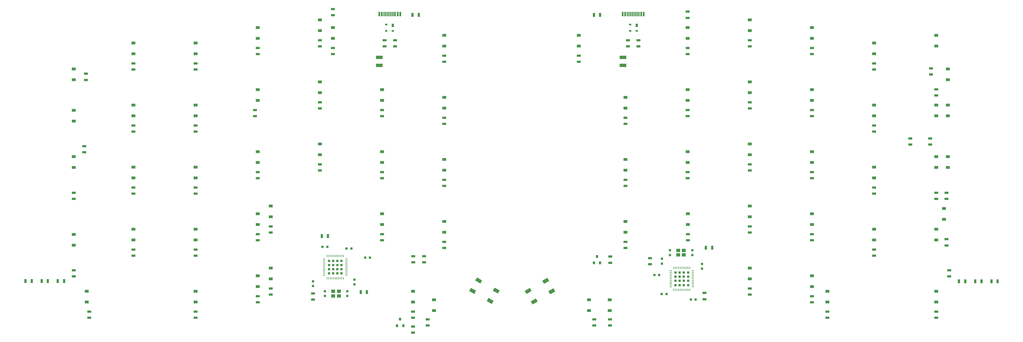
<source format=gbp>
G04 #@! TF.GenerationSoftware,KiCad,Pcbnew,(5.0.0)*
G04 #@! TF.CreationDate,2018-09-10T21:13:58+09:00*
G04 #@! TF.ProjectId,Orbit,4F726269742E6B696361645F70636200,rev?*
G04 #@! TF.SameCoordinates,Original*
G04 #@! TF.FileFunction,Paste,Bot*
G04 #@! TF.FilePolarity,Positive*
%FSLAX46Y46*%
G04 Gerber Fmt 4.6, Leading zero omitted, Abs format (unit mm)*
G04 Created by KiCad (PCBNEW (5.0.0)) date 09/10/18 21:13:58*
%MOMM*%
%LPD*%
G01*
G04 APERTURE LIST*
%ADD10R,1.200000X0.900000*%
%ADD11R,0.700000X0.600000*%
%ADD12R,0.700000X1.000000*%
%ADD13R,2.030000X1.140000*%
%ADD14R,0.700000X1.300000*%
%ADD15R,1.300000X0.700000*%
%ADD16R,0.300000X1.450000*%
%ADD17R,0.600000X1.450000*%
%ADD18R,0.800000X0.900000*%
%ADD19R,0.772500X0.772500*%
%ADD20R,0.250000X0.700000*%
%ADD21R,0.700000X0.250000*%
%ADD22R,0.750000X0.800000*%
%ADD23R,0.800000X0.750000*%
%ADD24R,1.150000X1.000000*%
%ADD25C,1.100000*%
%ADD26C,0.100000*%
G04 APERTURE END LIST*
D10*
G04 #@! TO.C,D49*
X315531500Y-65943750D03*
X315531500Y-62643750D03*
G04 #@! TD*
D11*
G04 #@! TO.C,U4*
X218138500Y-39843750D03*
X220138500Y-39843750D03*
X218138500Y-37943750D03*
D12*
X220138500Y-38143750D03*
G04 #@! TD*
D10*
G04 #@! TO.C,D1*
X47625000Y-54831250D03*
X47625000Y-51531250D03*
G04 #@! TD*
G04 #@! TO.C,D2*
X65881250Y-46893750D03*
X65881250Y-43593750D03*
G04 #@! TD*
G04 #@! TO.C,D3*
X84931250Y-46893750D03*
X84931250Y-43593750D03*
G04 #@! TD*
G04 #@! TO.C,D4*
X103981250Y-42131250D03*
X103981250Y-38831250D03*
G04 #@! TD*
G04 #@! TO.C,D5*
X123031250Y-39750000D03*
X123031250Y-36450000D03*
G04 #@! TD*
G04 #@! TO.C,D6*
X127000000Y-38831250D03*
X127000000Y-42131250D03*
G04 #@! TD*
G04 #@! TO.C,D7*
X161131250Y-41212500D03*
X161131250Y-44512500D03*
G04 #@! TD*
G04 #@! TO.C,D8*
X47625000Y-64231250D03*
X47625000Y-67531250D03*
G04 #@! TD*
G04 #@! TO.C,D9*
X65881250Y-65943750D03*
X65881250Y-62643750D03*
G04 #@! TD*
G04 #@! TO.C,D10*
X84931250Y-65943750D03*
X84931250Y-62643750D03*
G04 #@! TD*
G04 #@! TO.C,D11*
X103981250Y-61181250D03*
X103981250Y-57881250D03*
G04 #@! TD*
G04 #@! TO.C,D12*
X123031250Y-58800000D03*
X123031250Y-55500000D03*
G04 #@! TD*
G04 #@! TO.C,D13*
X142081250Y-61181250D03*
X142081250Y-57881250D03*
G04 #@! TD*
G04 #@! TO.C,D14*
X161131250Y-60262500D03*
X161131250Y-63562500D03*
G04 #@! TD*
G04 #@! TO.C,D15*
X47625000Y-78518750D03*
X47625000Y-81818750D03*
G04 #@! TD*
G04 #@! TO.C,D16*
X65881250Y-84993750D03*
X65881250Y-81693750D03*
G04 #@! TD*
G04 #@! TO.C,D17*
X84931250Y-84993750D03*
X84931250Y-81693750D03*
G04 #@! TD*
G04 #@! TO.C,D18*
X103981250Y-76931250D03*
X103981250Y-80231250D03*
G04 #@! TD*
G04 #@! TO.C,D19*
X123031250Y-74550000D03*
X123031250Y-77850000D03*
G04 #@! TD*
G04 #@! TO.C,D20*
X142081250Y-76931250D03*
X142081250Y-80231250D03*
G04 #@! TD*
G04 #@! TO.C,D21*
X161131250Y-82612500D03*
X161131250Y-79312500D03*
G04 #@! TD*
G04 #@! TO.C,D22*
X47625000Y-105631250D03*
X47625000Y-102331250D03*
G04 #@! TD*
G04 #@! TO.C,D23*
X65881250Y-100743750D03*
X65881250Y-104043750D03*
G04 #@! TD*
G04 #@! TO.C,D24*
X84931250Y-104043750D03*
X84931250Y-100743750D03*
G04 #@! TD*
G04 #@! TO.C,D25*
X103981250Y-95981250D03*
X103981250Y-99281250D03*
G04 #@! TD*
G04 #@! TO.C,D26*
X107950000Y-93600000D03*
X107950000Y-96900000D03*
G04 #@! TD*
G04 #@! TO.C,D27*
X142081250Y-95981250D03*
X142081250Y-99281250D03*
G04 #@! TD*
G04 #@! TO.C,D28*
X161131250Y-101662500D03*
X161131250Y-98362500D03*
G04 #@! TD*
G04 #@! TO.C,D29*
X51593750Y-119793750D03*
X51593750Y-123093750D03*
G04 #@! TD*
G04 #@! TO.C,D30*
X84931250Y-119793750D03*
X84931250Y-123093750D03*
G04 #@! TD*
G04 #@! TO.C,D31*
X103981250Y-115031250D03*
X103981250Y-118331250D03*
G04 #@! TD*
G04 #@! TO.C,D32*
X107950000Y-112650000D03*
X107950000Y-115950000D03*
G04 #@! TD*
G04 #@! TO.C,D33*
X151606250Y-123093750D03*
X151606250Y-119793750D03*
G04 #@! TD*
G04 #@! TO.C,D34*
X157988000Y-122429000D03*
X157988000Y-125729000D03*
G04 #@! TD*
D13*
G04 #@! TO.C,F1*
X141287500Y-48012500D03*
X141287500Y-50412500D03*
G04 #@! TD*
D14*
G04 #@! TO.C,R1*
X135575000Y-120015000D03*
X137475000Y-120015000D03*
G04 #@! TD*
D15*
G04 #@! TO.C,R2*
X51308000Y-53025000D03*
X51308000Y-54925000D03*
G04 #@! TD*
G04 #@! TO.C,R3*
X65881250Y-49850000D03*
X65881250Y-51750000D03*
G04 #@! TD*
G04 #@! TO.C,R4*
X84931250Y-51750000D03*
X84931250Y-49850000D03*
G04 #@! TD*
G04 #@! TO.C,R5*
X103981250Y-45087500D03*
X103981250Y-46987500D03*
G04 #@! TD*
G04 #@! TO.C,R6*
X123031250Y-44606250D03*
X123031250Y-42706250D03*
G04 #@! TD*
G04 #@! TO.C,R7*
X127000000Y-45087500D03*
X127000000Y-46987500D03*
G04 #@! TD*
G04 #@! TO.C,R8*
X161131250Y-49368750D03*
X161131250Y-47468750D03*
G04 #@! TD*
G04 #@! TO.C,R9*
X151638000Y-110932000D03*
X151638000Y-109032000D03*
G04 #@! TD*
G04 #@! TO.C,R10*
X154940000Y-110932000D03*
X154940000Y-109032000D03*
G04 #@! TD*
G04 #@! TO.C,R11*
X50800000Y-75250000D03*
X50800000Y-77150000D03*
G04 #@! TD*
G04 #@! TO.C,R12*
X65881250Y-70800000D03*
X65881250Y-68900000D03*
G04 #@! TD*
G04 #@! TO.C,R13*
X84931250Y-68900000D03*
X84931250Y-70800000D03*
G04 #@! TD*
G04 #@! TO.C,R14*
X103187500Y-66037500D03*
X103187500Y-64137500D03*
G04 #@! TD*
G04 #@! TO.C,R15*
X123031250Y-63656250D03*
X123031250Y-61756250D03*
G04 #@! TD*
G04 #@! TO.C,R16*
X142081250Y-66037500D03*
X142081250Y-64137500D03*
G04 #@! TD*
G04 #@! TO.C,R17*
X161131250Y-66518750D03*
X161131250Y-68418750D03*
G04 #@! TD*
G04 #@! TO.C,R18*
X47625000Y-91437500D03*
X47625000Y-89537500D03*
G04 #@! TD*
G04 #@! TO.C,R19*
X65881250Y-87950000D03*
X65881250Y-89850000D03*
G04 #@! TD*
G04 #@! TO.C,R20*
X84931250Y-89850000D03*
X84931250Y-87950000D03*
G04 #@! TD*
G04 #@! TO.C,R21*
X103981250Y-83187500D03*
X103981250Y-85087500D03*
G04 #@! TD*
G04 #@! TO.C,R22*
X123031250Y-80806250D03*
X123031250Y-82706250D03*
G04 #@! TD*
G04 #@! TO.C,R23*
X142081250Y-85087500D03*
X142081250Y-83187500D03*
G04 #@! TD*
G04 #@! TO.C,R24*
X161131250Y-85568750D03*
X161131250Y-87468750D03*
G04 #@! TD*
D14*
G04 #@! TO.C,R25*
X125537000Y-102870000D03*
X123637000Y-102870000D03*
G04 #@! TD*
D15*
G04 #@! TO.C,R26*
X47625000Y-115250000D03*
X47625000Y-113350000D03*
G04 #@! TD*
G04 #@! TO.C,R27*
X65881250Y-107000000D03*
X65881250Y-108900000D03*
G04 #@! TD*
G04 #@! TO.C,R28*
X84931250Y-108900000D03*
X84931250Y-107000000D03*
G04 #@! TD*
G04 #@! TO.C,R29*
X103981250Y-102237500D03*
X103981250Y-104137500D03*
G04 #@! TD*
G04 #@! TO.C,R30*
X107950000Y-101756250D03*
X107950000Y-99856250D03*
G04 #@! TD*
G04 #@! TO.C,R31*
X142081250Y-104137500D03*
X142081250Y-102237500D03*
G04 #@! TD*
G04 #@! TO.C,R32*
X161131250Y-106518750D03*
X161131250Y-104618750D03*
G04 #@! TD*
G04 #@! TO.C,R34*
X52387500Y-127950000D03*
X52387500Y-126050000D03*
G04 #@! TD*
G04 #@! TO.C,R35*
X84931250Y-126050000D03*
X84931250Y-127950000D03*
G04 #@! TD*
G04 #@! TO.C,R36*
X103981250Y-123187500D03*
X103981250Y-121287500D03*
G04 #@! TD*
G04 #@! TO.C,R37*
X107950000Y-118906250D03*
X107950000Y-120806250D03*
G04 #@! TD*
G04 #@! TO.C,R38*
X151606250Y-126050000D03*
X151606250Y-127950000D03*
G04 #@! TD*
G04 #@! TO.C,R39*
X156083000Y-128431250D03*
X156083000Y-130331250D03*
G04 #@! TD*
G04 #@! TO.C,R40*
X151606250Y-130622000D03*
X151606250Y-132522000D03*
G04 #@! TD*
G04 #@! TO.C,R41*
X146050000Y-44606250D03*
X146050000Y-42706250D03*
G04 #@! TD*
G04 #@! TO.C,R42*
X142875000Y-42706250D03*
X142875000Y-44606250D03*
G04 #@! TD*
D14*
G04 #@! TO.C,R43*
X153350000Y-34925000D03*
X151450000Y-34925000D03*
G04 #@! TD*
D15*
G04 #@! TO.C,R44*
X127000000Y-33181250D03*
X127000000Y-35081250D03*
G04 #@! TD*
D11*
G04 #@! TO.C,U2*
X143399000Y-39843750D03*
X145399000Y-39843750D03*
X143399000Y-37943750D03*
D12*
X145399000Y-38143750D03*
G04 #@! TD*
D16*
G04 #@! TO.C,USB1*
X144212500Y-34682499D03*
X144712499Y-34682500D03*
X145212500Y-34682500D03*
X143712500Y-34682500D03*
X145712500Y-34682499D03*
X143212500Y-34682500D03*
X146212499Y-34682500D03*
X142712500Y-34682499D03*
D17*
X142012500Y-34682499D03*
X146912500Y-34682500D03*
X141237500Y-34682500D03*
X147687500Y-34682500D03*
G04 #@! TD*
D18*
G04 #@! TO.C,Q1*
X148587500Y-130381250D03*
X146687500Y-130381250D03*
X147637500Y-128381250D03*
G04 #@! TD*
D19*
G04 #@! TO.C,U1*
X129693250Y-110463750D03*
X129693250Y-111751250D03*
X129693250Y-113038750D03*
X129693250Y-114326250D03*
X128405750Y-110463750D03*
X128405750Y-111751250D03*
X128405750Y-113038750D03*
X128405750Y-114326250D03*
X127118250Y-110463750D03*
X127118250Y-111751250D03*
X127118250Y-113038750D03*
X127118250Y-114326250D03*
X125830750Y-110463750D03*
X125830750Y-111751250D03*
X125830750Y-113038750D03*
X125830750Y-114326250D03*
D20*
X130262000Y-108995000D03*
X129762000Y-108995000D03*
X129262000Y-108995000D03*
X128762000Y-108995000D03*
X128262000Y-108995000D03*
X127762000Y-108995000D03*
X127262000Y-108995000D03*
X126762000Y-108995000D03*
X126262000Y-108995000D03*
X125762000Y-108995000D03*
X125262000Y-108995000D03*
D21*
X124362000Y-109895000D03*
X124362000Y-110395000D03*
X124362000Y-110895000D03*
X124362000Y-111395000D03*
X124362000Y-111895000D03*
X124362000Y-112395000D03*
X124362000Y-112895000D03*
X124362000Y-113395000D03*
X124362000Y-113895000D03*
X124362000Y-114395000D03*
X124362000Y-114895000D03*
D20*
X125262000Y-115795000D03*
X125762000Y-115795000D03*
X126262000Y-115795000D03*
X126762000Y-115795000D03*
X127262000Y-115795000D03*
X127762000Y-115795000D03*
X128262000Y-115795000D03*
X128762000Y-115795000D03*
X129262000Y-115795000D03*
X129762000Y-115795000D03*
X130262000Y-115795000D03*
D21*
X131162000Y-114895000D03*
X131162000Y-114395000D03*
X131162000Y-113895000D03*
X131162000Y-113395000D03*
X131162000Y-112895000D03*
X131162000Y-112395000D03*
X131162000Y-111895000D03*
X131162000Y-111395000D03*
X131162000Y-110895000D03*
X131162000Y-110395000D03*
X131162000Y-109895000D03*
G04 #@! TD*
D22*
G04 #@! TO.C,C2*
X131445000Y-121273000D03*
X131445000Y-119773000D03*
G04 #@! TD*
D23*
G04 #@! TO.C,C3*
X138418000Y-109474000D03*
X136918000Y-109474000D03*
G04 #@! TD*
D22*
G04 #@! TO.C,C4*
X133604000Y-116217000D03*
X133604000Y-117717000D03*
G04 #@! TD*
G04 #@! TO.C,C5*
X120904000Y-118225000D03*
X120904000Y-116725000D03*
G04 #@! TD*
D23*
G04 #@! TO.C,C6*
X123837000Y-106172000D03*
X125337000Y-106172000D03*
G04 #@! TD*
G04 #@! TO.C,C7*
X131203000Y-106680000D03*
X132703000Y-106680000D03*
G04 #@! TD*
D14*
G04 #@! TO.C,R33*
X39685000Y-116681250D03*
X37785000Y-116681250D03*
G04 #@! TD*
D22*
G04 #@! TO.C,C8*
X237172500Y-107200000D03*
X237172500Y-108700000D03*
G04 #@! TD*
G04 #@! TO.C,C9*
X230314500Y-107200000D03*
X230314500Y-108700000D03*
G04 #@! TD*
D23*
G04 #@! TO.C,C10*
X225564000Y-114808000D03*
X227064000Y-114808000D03*
G04 #@! TD*
G04 #@! TO.C,C11*
X238240000Y-122301000D03*
X236740000Y-122301000D03*
G04 #@! TD*
D22*
G04 #@! TO.C,C12*
X227838000Y-109803500D03*
X227838000Y-111303500D03*
G04 #@! TD*
G04 #@! TO.C,C13*
X240125250Y-112891000D03*
X240125250Y-111391000D03*
G04 #@! TD*
D23*
G04 #@! TO.C,C14*
X229286500Y-120650000D03*
X227786500Y-120650000D03*
G04 #@! TD*
D10*
G04 #@! TO.C,D36*
X202406250Y-41212500D03*
X202406250Y-44512500D03*
G04 #@! TD*
G04 #@! TO.C,D37*
X235743750Y-42131250D03*
X235743750Y-38831250D03*
G04 #@! TD*
G04 #@! TO.C,D38*
X254793750Y-36450000D03*
X254793750Y-39750000D03*
G04 #@! TD*
G04 #@! TO.C,D39*
X273843750Y-42131250D03*
X273843750Y-38831250D03*
G04 #@! TD*
G04 #@! TO.C,D40*
X292893750Y-46893750D03*
X292893750Y-43593750D03*
G04 #@! TD*
G04 #@! TO.C,D41*
X311943750Y-41212500D03*
X311943750Y-44512500D03*
G04 #@! TD*
G04 #@! TO.C,D42*
X315531500Y-54831250D03*
X315531500Y-51531250D03*
G04 #@! TD*
G04 #@! TO.C,D43*
X216693750Y-60262500D03*
X216693750Y-63562500D03*
G04 #@! TD*
G04 #@! TO.C,D44*
X235743750Y-61181250D03*
X235743750Y-57881250D03*
G04 #@! TD*
G04 #@! TO.C,D45*
X254793750Y-55500000D03*
X254793750Y-58800000D03*
G04 #@! TD*
G04 #@! TO.C,D46*
X273843750Y-61181250D03*
X273843750Y-57881250D03*
G04 #@! TD*
G04 #@! TO.C,D47*
X292893750Y-65943750D03*
X292893750Y-62643750D03*
G04 #@! TD*
G04 #@! TO.C,D48*
X311943750Y-62643750D03*
X311943750Y-65943750D03*
G04 #@! TD*
G04 #@! TO.C,D50*
X216693750Y-79312500D03*
X216693750Y-82612500D03*
G04 #@! TD*
G04 #@! TO.C,D51*
X235743750Y-80231250D03*
X235743750Y-76931250D03*
G04 #@! TD*
G04 #@! TO.C,D52*
X254793750Y-74550000D03*
X254793750Y-77850000D03*
G04 #@! TD*
G04 #@! TO.C,D53*
X273843750Y-80231250D03*
X273843750Y-76931250D03*
G04 #@! TD*
G04 #@! TO.C,D54*
X292893750Y-81693750D03*
X292893750Y-84993750D03*
G04 #@! TD*
G04 #@! TO.C,D55*
X311943750Y-78518750D03*
X311943750Y-81818750D03*
G04 #@! TD*
G04 #@! TO.C,D56*
X315531500Y-78487000D03*
X315531500Y-81787000D03*
G04 #@! TD*
G04 #@! TO.C,D57*
X216693750Y-101662500D03*
X216693750Y-98362500D03*
G04 #@! TD*
G04 #@! TO.C,D58*
X235870750Y-99281250D03*
X235870750Y-95981250D03*
G04 #@! TD*
G04 #@! TO.C,D59*
X254793750Y-96900000D03*
X254793750Y-93600000D03*
G04 #@! TD*
G04 #@! TO.C,D60*
X273843750Y-95981250D03*
X273843750Y-99281250D03*
G04 #@! TD*
G04 #@! TO.C,D61*
X292893750Y-100743750D03*
X292893750Y-104043750D03*
G04 #@! TD*
G04 #@! TO.C,D62*
X311943750Y-104043750D03*
X311943750Y-100743750D03*
G04 #@! TD*
G04 #@! TO.C,D63*
X314325000Y-94393750D03*
X314325000Y-97693750D03*
G04 #@! TD*
G04 #@! TO.C,D64*
X205549500Y-125729000D03*
X205549500Y-122429000D03*
G04 #@! TD*
G04 #@! TO.C,D65*
X211899500Y-122429000D03*
X211899500Y-125729000D03*
G04 #@! TD*
G04 #@! TO.C,D66*
X254793750Y-112650000D03*
X254793750Y-115950000D03*
G04 #@! TD*
G04 #@! TO.C,D67*
X273843750Y-118331250D03*
X273843750Y-115031250D03*
G04 #@! TD*
G04 #@! TO.C,D68*
X278606250Y-119793750D03*
X278606250Y-123093750D03*
G04 #@! TD*
G04 #@! TO.C,D69*
X311943750Y-123093750D03*
X311943750Y-119793750D03*
G04 #@! TD*
D13*
G04 #@! TO.C,F2*
X215900000Y-48012500D03*
X215900000Y-50412500D03*
G04 #@! TD*
D18*
G04 #@! TO.C,Q2*
X207962500Y-109109000D03*
X207012500Y-111109000D03*
X208912500Y-111109000D03*
G04 #@! TD*
D15*
G04 #@! TO.C,R45*
X224250250Y-109603500D03*
X224250250Y-111503500D03*
G04 #@! TD*
G04 #@! TO.C,R46*
X202406250Y-49368750D03*
X202406250Y-47468750D03*
G04 #@! TD*
G04 #@! TO.C,R47*
X235743750Y-46987500D03*
X235743750Y-45087500D03*
G04 #@! TD*
G04 #@! TO.C,R48*
X254793750Y-42706250D03*
X254793750Y-44606250D03*
G04 #@! TD*
G04 #@! TO.C,R49*
X273843750Y-46987500D03*
X273843750Y-45087500D03*
G04 #@! TD*
G04 #@! TO.C,R50*
X292893750Y-49850000D03*
X292893750Y-51750000D03*
G04 #@! TD*
G04 #@! TO.C,R51*
X310324500Y-51374000D03*
X310324500Y-53274000D03*
G04 #@! TD*
G04 #@! TO.C,R52*
X311943750Y-57787500D03*
X311943750Y-59687500D03*
G04 #@! TD*
G04 #@! TO.C,R53*
X216693750Y-68418750D03*
X216693750Y-66518750D03*
G04 #@! TD*
G04 #@! TO.C,R54*
X235743750Y-64137500D03*
X235743750Y-66037500D03*
G04 #@! TD*
G04 #@! TO.C,R55*
X254793750Y-63656250D03*
X254793750Y-61756250D03*
G04 #@! TD*
G04 #@! TO.C,R56*
X273843750Y-64137500D03*
X273843750Y-66037500D03*
G04 #@! TD*
G04 #@! TO.C,R57*
X292893750Y-70800000D03*
X292893750Y-68900000D03*
G04 #@! TD*
G04 #@! TO.C,R58*
X304006250Y-74768750D03*
X304006250Y-72868750D03*
G04 #@! TD*
G04 #@! TO.C,R59*
X310073000Y-72868750D03*
X310073000Y-74768750D03*
G04 #@! TD*
G04 #@! TO.C,R60*
X216693750Y-85568750D03*
X216693750Y-87468750D03*
G04 #@! TD*
G04 #@! TO.C,R61*
X235743750Y-85087500D03*
X235743750Y-83187500D03*
G04 #@! TD*
G04 #@! TO.C,R62*
X254793750Y-80806250D03*
X254793750Y-82706250D03*
G04 #@! TD*
G04 #@! TO.C,R63*
X273843750Y-85087500D03*
X273843750Y-83187500D03*
G04 #@! TD*
G04 #@! TO.C,R64*
X292893750Y-87950000D03*
X292893750Y-89850000D03*
G04 #@! TD*
G04 #@! TO.C,R65*
X311943750Y-91437500D03*
X311943750Y-89537500D03*
G04 #@! TD*
G04 #@! TO.C,R66*
X315118750Y-89537500D03*
X315118750Y-91437500D03*
G04 #@! TD*
G04 #@! TO.C,R67*
X240919000Y-122235000D03*
X240919000Y-120335000D03*
G04 #@! TD*
G04 #@! TO.C,R68*
X216693750Y-104618750D03*
X216693750Y-106518750D03*
G04 #@! TD*
G04 #@! TO.C,R69*
X235870750Y-104137500D03*
X235870750Y-102237500D03*
G04 #@! TD*
G04 #@! TO.C,R70*
X254793750Y-99856250D03*
X254793750Y-101756250D03*
G04 #@! TD*
G04 #@! TO.C,R71*
X273843750Y-104137500D03*
X273843750Y-102237500D03*
G04 #@! TD*
G04 #@! TO.C,R72*
X292893750Y-107000000D03*
X292893750Y-108900000D03*
G04 #@! TD*
G04 #@! TO.C,R73*
X315118750Y-105725000D03*
X315118750Y-103825000D03*
G04 #@! TD*
G04 #@! TO.C,R74*
X315912500Y-113350000D03*
X315912500Y-115250000D03*
G04 #@! TD*
G04 #@! TO.C,R75*
X207168750Y-130331250D03*
X207168750Y-128431250D03*
G04 #@! TD*
G04 #@! TO.C,R76*
X211931250Y-130331250D03*
X211931250Y-128431250D03*
G04 #@! TD*
G04 #@! TO.C,R77*
X254793750Y-120806250D03*
X254793750Y-118906250D03*
G04 #@! TD*
G04 #@! TO.C,R78*
X273843750Y-121287500D03*
X273843750Y-123187500D03*
G04 #@! TD*
G04 #@! TO.C,R79*
X278606250Y-127950000D03*
X278606250Y-126050000D03*
G04 #@! TD*
G04 #@! TO.C,R80*
X311943750Y-126050000D03*
X311943750Y-127950000D03*
G04 #@! TD*
G04 #@! TO.C,R81*
X212026500Y-111059000D03*
X212026500Y-109159000D03*
G04 #@! TD*
D14*
G04 #@! TO.C,R82*
X323916000Y-116713000D03*
X325816000Y-116713000D03*
G04 #@! TD*
D15*
G04 #@! TO.C,R83*
X220662500Y-44606250D03*
X220662500Y-42706250D03*
G04 #@! TD*
G04 #@! TO.C,R84*
X217487500Y-42706250D03*
X217487500Y-44606250D03*
G04 #@! TD*
G04 #@! TO.C,R85*
X235743750Y-33975000D03*
X235743750Y-35875000D03*
G04 #@! TD*
D14*
G04 #@! TO.C,R86*
X207012500Y-34925000D03*
X208912500Y-34925000D03*
G04 #@! TD*
D21*
G04 #@! TO.C,U3*
X230557000Y-118459750D03*
X230557000Y-117959750D03*
X230557000Y-117459750D03*
X230557000Y-116959750D03*
X230557000Y-116459750D03*
X230557000Y-115959750D03*
X230557000Y-115459750D03*
X230557000Y-114959750D03*
X230557000Y-114459750D03*
X230557000Y-113959750D03*
X230557000Y-113459750D03*
D20*
X231457000Y-112559750D03*
X231957000Y-112559750D03*
X232457000Y-112559750D03*
X232957000Y-112559750D03*
X233457000Y-112559750D03*
X233957000Y-112559750D03*
X234457000Y-112559750D03*
X234957000Y-112559750D03*
X235457000Y-112559750D03*
X235957000Y-112559750D03*
X236457000Y-112559750D03*
D21*
X237357000Y-113459750D03*
X237357000Y-113959750D03*
X237357000Y-114459750D03*
X237357000Y-114959750D03*
X237357000Y-115459750D03*
X237357000Y-115959750D03*
X237357000Y-116459750D03*
X237357000Y-116959750D03*
X237357000Y-117459750D03*
X237357000Y-117959750D03*
X237357000Y-118459750D03*
D20*
X236457000Y-119359750D03*
X235957000Y-119359750D03*
X235457000Y-119359750D03*
X234957000Y-119359750D03*
X234457000Y-119359750D03*
X233957000Y-119359750D03*
X233457000Y-119359750D03*
X232957000Y-119359750D03*
X232457000Y-119359750D03*
X231957000Y-119359750D03*
X231457000Y-119359750D03*
D19*
X235888250Y-114028500D03*
X235888250Y-115316000D03*
X235888250Y-116603500D03*
X235888250Y-117891000D03*
X234600750Y-114028500D03*
X234600750Y-115316000D03*
X234600750Y-116603500D03*
X234600750Y-117891000D03*
X233313250Y-114028500D03*
X233313250Y-115316000D03*
X233313250Y-116603500D03*
X233313250Y-117891000D03*
X232025750Y-114028500D03*
X232025750Y-115316000D03*
X232025750Y-116603500D03*
X232025750Y-117891000D03*
G04 #@! TD*
D16*
G04 #@! TO.C,USB2*
X218825000Y-34682500D03*
X219325000Y-34682500D03*
X219825000Y-34682500D03*
X218325000Y-34682500D03*
X220325000Y-34682500D03*
X217825000Y-34682500D03*
X220825000Y-34682500D03*
X217325000Y-34682500D03*
D17*
X216625000Y-34682500D03*
X221525000Y-34682500D03*
X215850000Y-34682500D03*
X222300000Y-34682500D03*
G04 #@! TD*
D24*
G04 #@! TO.C,Y1*
X127141000Y-121223000D03*
X128891000Y-121223000D03*
X128891000Y-119823000D03*
X127141000Y-119823000D03*
G04 #@! TD*
G04 #@! TO.C,Y2*
X234586750Y-107250000D03*
X232836750Y-107250000D03*
X232836750Y-108650000D03*
X234586750Y-108650000D03*
G04 #@! TD*
D22*
G04 #@! TO.C,C1*
X124587000Y-119773000D03*
X124587000Y-121273000D03*
G04 #@! TD*
D15*
G04 #@! TO.C,R87*
X120904000Y-120462000D03*
X120904000Y-122362000D03*
G04 #@! TD*
D14*
G04 #@! TO.C,R88*
X243266000Y-106426000D03*
X241366000Y-106426000D03*
G04 #@! TD*
G04 #@! TO.C,R89*
X42738000Y-116681250D03*
X44638000Y-116681250D03*
G04 #@! TD*
G04 #@! TO.C,R90*
X34732000Y-116681250D03*
X32832000Y-116681250D03*
G04 #@! TD*
G04 #@! TO.C,R91*
X318931250Y-116713000D03*
X320831250Y-116713000D03*
G04 #@! TD*
G04 #@! TO.C,R92*
X330769000Y-116713000D03*
X328869000Y-116713000D03*
G04 #@! TD*
D25*
G04 #@! TO.C,SW1*
X175241679Y-122786147D03*
D26*
G36*
X176296102Y-122759833D02*
X175746102Y-123712461D01*
X174187256Y-122812461D01*
X174737256Y-121859833D01*
X176296102Y-122759833D01*
X176296102Y-122759833D01*
G37*
D25*
X171722321Y-116481853D03*
D26*
G36*
X172776744Y-116455539D02*
X172226744Y-117408167D01*
X170667898Y-116508167D01*
X171217898Y-115555539D01*
X172776744Y-116455539D01*
X172776744Y-116455539D01*
G37*
D25*
X177091679Y-119581853D03*
D26*
G36*
X178146102Y-119555539D02*
X177596102Y-120508167D01*
X176037256Y-119608167D01*
X176587256Y-118655539D01*
X178146102Y-119555539D01*
X178146102Y-119555539D01*
G37*
D25*
X169872321Y-119686147D03*
D26*
G36*
X170926744Y-119659833D02*
X170376744Y-120612461D01*
X168817898Y-119712461D01*
X169367898Y-118759833D01*
X170926744Y-119659833D01*
X170926744Y-119659833D01*
G37*
G04 #@! TD*
D25*
G04 #@! TO.C,SW2*
X192259679Y-116608853D03*
D26*
G36*
X191755256Y-117535167D02*
X191205256Y-116582539D01*
X192764102Y-115682539D01*
X193314102Y-116635167D01*
X191755256Y-117535167D01*
X191755256Y-117535167D01*
G37*
D25*
X188740321Y-122913147D03*
D26*
G36*
X188235898Y-123839461D02*
X187685898Y-122886833D01*
X189244744Y-121986833D01*
X189794744Y-122939461D01*
X188235898Y-123839461D01*
X188235898Y-123839461D01*
G37*
D25*
X194109679Y-119813147D03*
D26*
G36*
X193605256Y-120739461D02*
X193055256Y-119786833D01*
X194614102Y-118886833D01*
X195164102Y-119839461D01*
X193605256Y-120739461D01*
X193605256Y-120739461D01*
G37*
D25*
X186890321Y-119708853D03*
D26*
G36*
X186385898Y-120635167D02*
X185835898Y-119682539D01*
X187394744Y-118782539D01*
X187944744Y-119735167D01*
X186385898Y-120635167D01*
X186385898Y-120635167D01*
G37*
G04 #@! TD*
M02*

</source>
